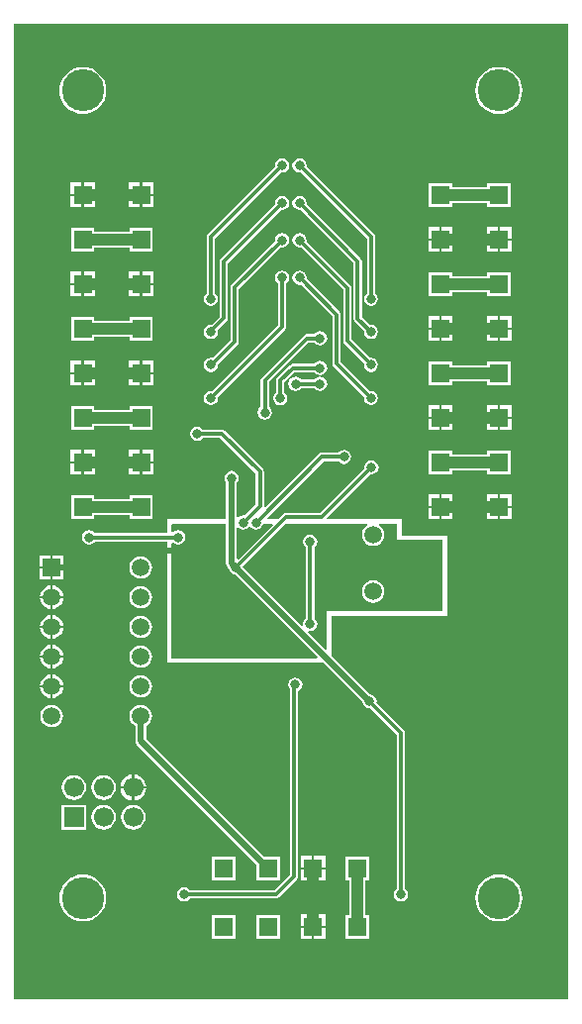
<source format=gbl>
%FSLAX44Y44*%
%MOMM*%
G71*
G01*
G75*
G04 Layer_Physical_Order=2*
G04 Layer_Color=16711680*
%ADD10R,2.3000X0.6000*%
%ADD11R,1.0000X0.9500*%
%ADD12R,1.1000X0.9500*%
%ADD13R,0.9500X1.0000*%
%ADD14R,0.6000X2.2000*%
%ADD15R,0.9500X1.1000*%
%ADD16R,4.6500X2.3000*%
%ADD17R,0.9000X1.0000*%
%ADD18R,1.1000X1.3500*%
%ADD19R,1.6000X3.0000*%
%ADD20R,6.7000X6.7000*%
%ADD21R,1.9500X1.2500*%
%ADD22R,0.5500X1.7500*%
%ADD23R,1.7500X0.5500*%
%ADD24R,1.6000X1.8000*%
%ADD25R,1.0000X0.9000*%
%ADD26C,0.3000*%
%ADD27C,0.5000*%
%ADD28C,1.0000*%
%ADD29C,3.6000*%
%ADD30C,1.5000*%
%ADD31R,1.5000X1.5000*%
%ADD32C,1.7000*%
%ADD33R,1.7000X1.7000*%
%ADD34R,1.6000X1.6000*%
%ADD35R,1.6000X1.6000*%
%ADD36C,0.8000*%
G36*
X476941Y3059D02*
X3059D01*
Y836941D01*
X476941D01*
Y3059D01*
D02*
G37*
%LPC*%
G36*
X36398Y357095D02*
Y348101D01*
X45393D01*
X45180Y349721D01*
X44168Y352164D01*
X42559Y354261D01*
X40461Y355870D01*
X38019Y356882D01*
X36398Y357095D01*
D02*
G37*
G36*
X34398Y371501D02*
X25358D01*
Y362461D01*
X34398D01*
Y371501D01*
D02*
G37*
G36*
X111598Y356682D02*
X109118Y356356D01*
X106807Y355399D01*
X104823Y353876D01*
X103300Y351892D01*
X102343Y349580D01*
X102016Y347100D01*
X102343Y344621D01*
X103300Y342309D01*
X104823Y340325D01*
X106807Y338802D01*
X109118Y337845D01*
X111598Y337519D01*
X114078Y337845D01*
X116389Y338802D01*
X118373Y340325D01*
X119896Y342309D01*
X120854Y344621D01*
X121180Y347100D01*
X120854Y349580D01*
X119896Y351892D01*
X118373Y353876D01*
X116389Y355399D01*
X114078Y356356D01*
X111598Y356682D01*
D02*
G37*
G36*
X34398Y357095D02*
X32777Y356882D01*
X30335Y355870D01*
X28237Y354261D01*
X26628Y352164D01*
X25616Y349721D01*
X25403Y348101D01*
X34398D01*
Y357095D01*
D02*
G37*
G36*
Y382541D02*
X25358D01*
Y373501D01*
X34398D01*
Y382541D01*
D02*
G37*
G36*
X45438D02*
X36398D01*
Y373501D01*
X45438D01*
Y382541D01*
D02*
G37*
G36*
Y371501D02*
X36398D01*
Y362461D01*
X45438D01*
Y371501D01*
D02*
G37*
G36*
X111598Y382082D02*
X109118Y381756D01*
X106807Y380799D01*
X104823Y379276D01*
X103300Y377291D01*
X102343Y374981D01*
X102016Y372500D01*
X102343Y370020D01*
X103300Y367710D01*
X104823Y365725D01*
X106807Y364202D01*
X109118Y363245D01*
X111598Y362919D01*
X114078Y363245D01*
X116389Y364202D01*
X118373Y365725D01*
X119896Y367710D01*
X120854Y370020D01*
X121180Y372500D01*
X120854Y374981D01*
X119896Y377291D01*
X118373Y379276D01*
X116389Y380799D01*
X114078Y381756D01*
X111598Y382082D01*
D02*
G37*
G36*
X45393Y346101D02*
X36398D01*
Y337105D01*
X38019Y337319D01*
X40461Y338331D01*
X42559Y339940D01*
X44168Y342037D01*
X45180Y344479D01*
X45393Y346101D01*
D02*
G37*
G36*
X34398Y320700D02*
X25403D01*
X25616Y319079D01*
X26628Y316637D01*
X28237Y314540D01*
X30335Y312931D01*
X32777Y311919D01*
X34398Y311705D01*
Y320700D01*
D02*
G37*
G36*
X45393D02*
X36398D01*
Y311705D01*
X38019Y311919D01*
X40461Y312931D01*
X42559Y314540D01*
X44168Y316637D01*
X45180Y319079D01*
X45393Y320700D01*
D02*
G37*
G36*
X34398Y306296D02*
X32777Y306082D01*
X30335Y305070D01*
X28237Y303461D01*
X26628Y301364D01*
X25616Y298922D01*
X25403Y297300D01*
X34398D01*
Y306296D01*
D02*
G37*
G36*
X36398D02*
Y297300D01*
X45393D01*
X45180Y298922D01*
X44168Y301364D01*
X42559Y303461D01*
X40461Y305070D01*
X38019Y306082D01*
X36398Y306296D01*
D02*
G37*
G36*
Y331696D02*
Y322701D01*
X45393D01*
X45180Y324322D01*
X44168Y326764D01*
X42559Y328861D01*
X40461Y330470D01*
X38019Y331482D01*
X36398Y331696D01*
D02*
G37*
G36*
X34398Y346101D02*
X25403D01*
X25616Y344479D01*
X26628Y342037D01*
X28237Y339940D01*
X30335Y338331D01*
X32777Y337319D01*
X34398Y337105D01*
Y346101D01*
D02*
G37*
G36*
X111598Y331282D02*
X109118Y330956D01*
X106807Y329999D01*
X104823Y328476D01*
X103300Y326492D01*
X102343Y324180D01*
X102016Y321701D01*
X102343Y319221D01*
X103300Y316910D01*
X104823Y314925D01*
X106807Y313402D01*
X109118Y312445D01*
X111598Y312119D01*
X114078Y312445D01*
X116389Y313402D01*
X118373Y314925D01*
X119896Y316910D01*
X120854Y319221D01*
X121180Y321701D01*
X120854Y324180D01*
X119896Y326492D01*
X118373Y328476D01*
X116389Y329999D01*
X114078Y330956D01*
X111598Y331282D01*
D02*
G37*
G36*
X34398Y331696D02*
X32777Y331482D01*
X30335Y330470D01*
X28237Y328861D01*
X26628Y326764D01*
X25616Y324322D01*
X25403Y322701D01*
X34398D01*
Y331696D01*
D02*
G37*
G36*
X72538Y461350D02*
X62998D01*
Y451810D01*
X72538D01*
Y461350D01*
D02*
G37*
G36*
X110998D02*
X101458D01*
Y451810D01*
X110998D01*
Y461350D01*
D02*
G37*
G36*
X121998Y434250D02*
X101998D01*
Y431311D01*
X71998D01*
Y434250D01*
X51998D01*
Y414250D01*
X71998D01*
Y417190D01*
X101998D01*
Y414250D01*
X121998D01*
Y434250D01*
D02*
G37*
G36*
X60998Y461350D02*
X51458D01*
Y451810D01*
X60998D01*
Y461350D01*
D02*
G37*
G36*
X72538Y472890D02*
X62998D01*
Y463350D01*
X72538D01*
Y472890D01*
D02*
G37*
G36*
X110998D02*
X101458D01*
Y463350D01*
X110998D01*
Y472890D01*
D02*
G37*
G36*
X122538Y461350D02*
X112998D01*
Y451810D01*
X122538D01*
Y461350D01*
D02*
G37*
G36*
X60998Y472890D02*
X51458D01*
Y463350D01*
X60998D01*
Y472890D01*
D02*
G37*
G36*
X428538Y434790D02*
X418998D01*
Y425250D01*
X428538D01*
Y434790D01*
D02*
G37*
G36*
X416998Y423250D02*
X407458D01*
Y413710D01*
X416998D01*
Y423250D01*
D02*
G37*
G36*
X428538D02*
X418998D01*
Y413710D01*
X428538D01*
Y423250D01*
D02*
G37*
G36*
X366998D02*
X357458D01*
Y413710D01*
X366998D01*
Y423250D01*
D02*
G37*
G36*
X378538D02*
X368998D01*
Y413710D01*
X378538D01*
Y423250D01*
D02*
G37*
G36*
Y434790D02*
X368998D01*
Y425250D01*
X378538D01*
Y434790D01*
D02*
G37*
G36*
X416998D02*
X407458D01*
Y425250D01*
X416998D01*
Y434790D01*
D02*
G37*
G36*
X159998Y492868D02*
X157657Y492402D01*
X155672Y491076D01*
X154346Y489091D01*
X153880Y486750D01*
X154346Y484409D01*
X155672Y482424D01*
X157657Y481098D01*
X159998Y480632D01*
X162339Y481098D01*
X164324Y482424D01*
X164830Y483181D01*
X179522D01*
X209931Y452772D01*
Y426730D01*
X200141Y416940D01*
X199248Y417118D01*
X196907Y416652D01*
X194956Y415349D01*
X194616Y415531D01*
X193836Y416051D01*
Y445067D01*
X194900Y446659D01*
X195365Y449000D01*
X194900Y451341D01*
X193574Y453326D01*
X191589Y454652D01*
X189248Y455118D01*
X186907Y454652D01*
X184922Y453326D01*
X183596Y451341D01*
X183130Y449000D01*
X183596Y446659D01*
X184660Y445067D01*
Y414000D01*
X134000D01*
Y401819D01*
X72082D01*
X71576Y402576D01*
X69591Y403902D01*
X67250Y404367D01*
X64909Y403902D01*
X62924Y402576D01*
X61598Y400591D01*
X61132Y398250D01*
X61598Y395909D01*
X62924Y393924D01*
X64909Y392598D01*
X67250Y392132D01*
X69591Y392598D01*
X71576Y393924D01*
X72082Y394681D01*
X134000D01*
Y291000D01*
X267761D01*
X301225Y257537D01*
X301598Y255659D01*
X302924Y253674D01*
X304909Y252348D01*
X307250Y251882D01*
X308143Y252060D01*
X330430Y229773D01*
Y98079D01*
X329673Y97573D01*
X328347Y95589D01*
X327881Y93248D01*
X328347Y90906D01*
X329673Y88922D01*
X331658Y87596D01*
X333999Y87130D01*
X336340Y87596D01*
X338325Y88922D01*
X339651Y90906D01*
X340116Y93248D01*
X339651Y95589D01*
X338325Y97573D01*
X337567Y98079D01*
Y231251D01*
X337296Y232617D01*
X336522Y233775D01*
X313190Y257107D01*
X313368Y258000D01*
X312902Y260341D01*
X311576Y262326D01*
X309591Y263652D01*
X307713Y264025D01*
X275000Y296739D01*
Y331000D01*
X374000D01*
Y400000D01*
X335000D01*
Y414000D01*
X271456D01*
X270970Y415173D01*
X308107Y452310D01*
X309000Y452132D01*
X311341Y452598D01*
X313326Y453924D01*
X314652Y455909D01*
X315117Y458250D01*
X314652Y460591D01*
X313326Y462576D01*
X311341Y463902D01*
X309000Y464368D01*
X306659Y463902D01*
X304674Y462576D01*
X303348Y460591D01*
X302882Y458250D01*
X303060Y457357D01*
X264772Y419069D01*
X236250D01*
X234884Y418797D01*
X233726Y418023D01*
X229703Y414000D01*
X219954D01*
X219468Y415173D01*
X267826Y463532D01*
X280666D01*
X281172Y462775D01*
X283157Y461448D01*
X285498Y460983D01*
X287839Y461448D01*
X289824Y462775D01*
X291150Y464759D01*
X291616Y467100D01*
X291150Y469441D01*
X289824Y471426D01*
X287839Y472752D01*
X285498Y473218D01*
X283157Y472752D01*
X281172Y471426D01*
X280666Y470669D01*
X266348D01*
X264982Y470397D01*
X263825Y469624D01*
X218023Y423822D01*
X216903Y424421D01*
X217069Y425252D01*
Y454250D01*
X216797Y455616D01*
X216023Y456773D01*
X183523Y489273D01*
X182366Y490047D01*
X181000Y490318D01*
X164830D01*
X164324Y491076D01*
X162339Y492402D01*
X159998Y492868D01*
D02*
G37*
G36*
X366998Y434790D02*
X357458D01*
Y425250D01*
X366998D01*
Y434790D01*
D02*
G37*
G36*
X269389Y114250D02*
X259849D01*
Y104710D01*
X269389D01*
Y114250D01*
D02*
G37*
G36*
X192649Y125250D02*
X172649D01*
Y105250D01*
X192649D01*
Y125250D01*
D02*
G37*
G36*
X243750Y278368D02*
X241409Y277902D01*
X239424Y276576D01*
X238098Y274591D01*
X237633Y272250D01*
X238098Y269909D01*
X238931Y268662D01*
Y109978D01*
X225772Y96819D01*
X153583D01*
X153077Y97576D01*
X151092Y98902D01*
X148751Y99368D01*
X146410Y98902D01*
X144425Y97576D01*
X143099Y95591D01*
X142634Y93250D01*
X143099Y90909D01*
X144425Y88924D01*
X146410Y87598D01*
X148751Y87132D01*
X151092Y87598D01*
X153077Y88924D01*
X153583Y89681D01*
X227250D01*
X228616Y89953D01*
X229773Y90727D01*
X229773Y90727D01*
X229773Y90727D01*
X245023Y105977D01*
X245797Y107134D01*
X246069Y108500D01*
X246069Y108500D01*
X246069Y108500D01*
Y108500D01*
Y266594D01*
X246091Y266598D01*
X248076Y267924D01*
X249402Y269909D01*
X249867Y272250D01*
X249402Y274591D01*
X248076Y276576D01*
X246091Y277902D01*
X243750Y278368D01*
D02*
G37*
G36*
X257849Y114250D02*
X248309D01*
Y104710D01*
X257849D01*
Y114250D01*
D02*
G37*
G36*
X269389Y125790D02*
X259849D01*
Y116250D01*
X269389D01*
Y125790D01*
D02*
G37*
G36*
X79800Y169591D02*
X77059Y169230D01*
X74505Y168172D01*
X72311Y166489D01*
X70628Y164295D01*
X69570Y161741D01*
X69209Y159000D01*
X69570Y156259D01*
X70628Y153705D01*
X72311Y151511D01*
X74505Y149828D01*
X77059Y148770D01*
X79800Y148409D01*
X82541Y148770D01*
X85095Y149828D01*
X87289Y151511D01*
X88972Y153705D01*
X90030Y156259D01*
X90390Y159000D01*
X90030Y161741D01*
X88972Y164295D01*
X87289Y166489D01*
X85095Y168172D01*
X82541Y169230D01*
X79800Y169591D01*
D02*
G37*
G36*
X111598Y255082D02*
X109118Y254756D01*
X106807Y253799D01*
X104823Y252276D01*
X103300Y250292D01*
X102343Y247980D01*
X102016Y245501D01*
X102343Y243020D01*
X103300Y240709D01*
X104823Y238725D01*
X106807Y237202D01*
X107010Y237118D01*
Y224401D01*
X107010Y224401D01*
X107010D01*
X107359Y222645D01*
X108354Y221157D01*
X210749Y118762D01*
Y105250D01*
X230749D01*
Y125250D01*
X217237D01*
X116186Y226301D01*
Y237118D01*
X116389Y237202D01*
X118373Y238725D01*
X119896Y240709D01*
X120854Y243020D01*
X121180Y245501D01*
X120854Y247980D01*
X119896Y250292D01*
X118373Y252276D01*
X116389Y253799D01*
X114078Y254756D01*
X111598Y255082D01*
D02*
G37*
G36*
X257849Y125790D02*
X248309D01*
Y116250D01*
X257849D01*
Y125790D01*
D02*
G37*
G36*
X417998Y110097D02*
X414077Y109711D01*
X410307Y108567D01*
X406833Y106710D01*
X403787Y104211D01*
X401288Y101165D01*
X399431Y97691D01*
X398288Y93921D01*
X397901Y90000D01*
X398288Y86080D01*
X399431Y82310D01*
X401288Y78835D01*
X403787Y75790D01*
X406833Y73290D01*
X410307Y71433D01*
X414077Y70290D01*
X417998Y69903D01*
X421919Y70290D01*
X425689Y71433D01*
X429163Y73290D01*
X432209Y75790D01*
X434708Y78835D01*
X436565Y82310D01*
X437709Y86080D01*
X438095Y90000D01*
X437709Y93921D01*
X436565Y97691D01*
X434708Y101165D01*
X432209Y104211D01*
X429163Y106710D01*
X425689Y108567D01*
X421919Y109711D01*
X417998Y110097D01*
D02*
G37*
G36*
X192649Y75250D02*
X172649D01*
Y55250D01*
X192649D01*
Y75250D01*
D02*
G37*
G36*
X230749D02*
X210749D01*
Y55250D01*
X230749D01*
Y75250D01*
D02*
G37*
G36*
X257849Y64250D02*
X248309D01*
Y54710D01*
X257849D01*
Y64250D01*
D02*
G37*
G36*
X269389D02*
X259849D01*
Y54710D01*
X269389D01*
Y64250D01*
D02*
G37*
G36*
Y75790D02*
X259849D01*
Y66250D01*
X269389D01*
Y75790D01*
D02*
G37*
G36*
X61998Y110097D02*
X58077Y109711D01*
X54307Y108567D01*
X50833Y106710D01*
X47787Y104211D01*
X45288Y101165D01*
X43431Y97691D01*
X42288Y93921D01*
X41901Y90000D01*
X42288Y86080D01*
X43431Y82310D01*
X45288Y78835D01*
X47787Y75790D01*
X50833Y73290D01*
X54307Y71433D01*
X58077Y70290D01*
X61998Y69903D01*
X65919Y70290D01*
X69689Y71433D01*
X73163Y73290D01*
X76209Y75790D01*
X78708Y78835D01*
X80565Y82310D01*
X81709Y86080D01*
X82095Y90000D01*
X81709Y93921D01*
X80565Y97691D01*
X78708Y101165D01*
X76209Y104211D01*
X73163Y106710D01*
X69689Y108567D01*
X65919Y109711D01*
X61998Y110097D01*
D02*
G37*
G36*
X306949Y125250D02*
X286949D01*
Y105250D01*
X289888D01*
Y75250D01*
X286949D01*
Y55250D01*
X306949D01*
Y75250D01*
X304009D01*
Y105250D01*
X306949D01*
Y125250D01*
D02*
G37*
G36*
X257849Y75790D02*
X248309D01*
Y66250D01*
X257849D01*
Y75790D01*
D02*
G37*
G36*
X111598Y280482D02*
X109118Y280156D01*
X106807Y279199D01*
X104823Y277676D01*
X103300Y275692D01*
X102343Y273381D01*
X102016Y270900D01*
X102343Y268421D01*
X103300Y266110D01*
X104823Y264125D01*
X106807Y262602D01*
X109118Y261645D01*
X111598Y261319D01*
X114078Y261645D01*
X116389Y262602D01*
X118373Y264125D01*
X119896Y266110D01*
X120854Y268421D01*
X121180Y270900D01*
X120854Y273381D01*
X119896Y275692D01*
X118373Y277676D01*
X116389Y279199D01*
X114078Y280156D01*
X111598Y280482D01*
D02*
G37*
G36*
X34398Y280896D02*
X32777Y280682D01*
X30335Y279670D01*
X28237Y278061D01*
X26628Y275964D01*
X25616Y273521D01*
X25403Y271901D01*
X34398D01*
Y280896D01*
D02*
G37*
G36*
Y269900D02*
X25403D01*
X25616Y268279D01*
X26628Y265837D01*
X28237Y263740D01*
X30335Y262131D01*
X32777Y261119D01*
X34398Y260905D01*
Y269900D01*
D02*
G37*
G36*
X45393D02*
X36398D01*
Y260905D01*
X38019Y261119D01*
X40461Y262131D01*
X42559Y263740D01*
X44168Y265837D01*
X45180Y268279D01*
X45393Y269900D01*
D02*
G37*
G36*
Y295301D02*
X36398D01*
Y286306D01*
X38019Y286519D01*
X40461Y287531D01*
X42559Y289140D01*
X44168Y291237D01*
X45180Y293680D01*
X45393Y295301D01*
D02*
G37*
G36*
X111598Y305882D02*
X109118Y305556D01*
X106807Y304599D01*
X104823Y303076D01*
X103300Y301091D01*
X102343Y298780D01*
X102016Y296301D01*
X102343Y293820D01*
X103300Y291509D01*
X104823Y289525D01*
X106807Y288002D01*
X109118Y287045D01*
X111598Y286719D01*
X114078Y287045D01*
X116389Y288002D01*
X118373Y289525D01*
X119896Y291509D01*
X120854Y293820D01*
X121180Y296301D01*
X120854Y298780D01*
X119896Y301091D01*
X118373Y303076D01*
X116389Y304599D01*
X114078Y305556D01*
X111598Y305882D01*
D02*
G37*
G36*
X36398Y280896D02*
Y271901D01*
X45393D01*
X45180Y273521D01*
X44168Y275964D01*
X42559Y278061D01*
X40461Y279670D01*
X38019Y280682D01*
X36398Y280896D01*
D02*
G37*
G36*
X34398Y295301D02*
X25403D01*
X25616Y293680D01*
X26628Y291237D01*
X28237Y289140D01*
X30335Y287531D01*
X32777Y286519D01*
X34398Y286306D01*
Y295301D01*
D02*
G37*
G36*
X35398Y255082D02*
X32918Y254756D01*
X30607Y253799D01*
X28623Y252276D01*
X27100Y250292D01*
X26142Y247980D01*
X25816Y245501D01*
X26142Y243020D01*
X27100Y240709D01*
X28623Y238725D01*
X30607Y237202D01*
X32918Y236245D01*
X35398Y235919D01*
X37878Y236245D01*
X40189Y237202D01*
X42173Y238725D01*
X43696Y240709D01*
X44654Y243020D01*
X44980Y245501D01*
X44654Y247980D01*
X43696Y250292D01*
X42173Y252276D01*
X40189Y253799D01*
X37878Y254756D01*
X35398Y255082D01*
D02*
G37*
G36*
X104200Y183400D02*
X94196D01*
X94444Y181518D01*
X95556Y178832D01*
X97326Y176526D01*
X99632Y174757D01*
X102318Y173644D01*
X104200Y173396D01*
Y183400D01*
D02*
G37*
G36*
X116203D02*
X106200D01*
Y173396D01*
X108082Y173644D01*
X110767Y174757D01*
X113074Y176526D01*
X114843Y178832D01*
X115956Y181518D01*
X116203Y183400D01*
D02*
G37*
G36*
X105200Y169591D02*
X102459Y169230D01*
X99905Y168172D01*
X97711Y166489D01*
X96028Y164295D01*
X94970Y161741D01*
X94609Y159000D01*
X94970Y156259D01*
X96028Y153705D01*
X97711Y151511D01*
X99905Y149828D01*
X102459Y148770D01*
X105200Y148409D01*
X107941Y148770D01*
X110495Y149828D01*
X112689Y151511D01*
X114372Y153705D01*
X115430Y156259D01*
X115790Y159000D01*
X115430Y161741D01*
X114372Y164295D01*
X112689Y166489D01*
X110495Y168172D01*
X107941Y169230D01*
X105200Y169591D01*
D02*
G37*
G36*
X64900Y169500D02*
X43900D01*
Y148500D01*
X64900D01*
Y169500D01*
D02*
G37*
G36*
X104200Y195404D02*
X102318Y195156D01*
X99632Y194043D01*
X97326Y192274D01*
X95556Y189968D01*
X94444Y187282D01*
X94196Y185400D01*
X104200D01*
Y195404D01*
D02*
G37*
G36*
X106200D02*
Y185400D01*
X116203D01*
X115956Y187282D01*
X114843Y189968D01*
X113074Y192274D01*
X110767Y194043D01*
X108082Y195156D01*
X106200Y195404D01*
D02*
G37*
G36*
X54400Y194991D02*
X51659Y194630D01*
X49105Y193572D01*
X46911Y191889D01*
X45228Y189695D01*
X44170Y187141D01*
X43809Y184400D01*
X44170Y181659D01*
X45228Y179105D01*
X46911Y176911D01*
X49105Y175228D01*
X51659Y174170D01*
X54400Y173809D01*
X57141Y174170D01*
X59695Y175228D01*
X61888Y176911D01*
X63572Y179105D01*
X64630Y181659D01*
X64990Y184400D01*
X64630Y187141D01*
X63572Y189695D01*
X61888Y191889D01*
X59695Y193572D01*
X57141Y194630D01*
X54400Y194991D01*
D02*
G37*
G36*
X79800D02*
X77059Y194630D01*
X74505Y193572D01*
X72311Y191889D01*
X70628Y189695D01*
X69570Y187141D01*
X69209Y184400D01*
X69570Y181659D01*
X70628Y179105D01*
X72311Y176911D01*
X74505Y175228D01*
X77059Y174170D01*
X79800Y173809D01*
X82541Y174170D01*
X85095Y175228D01*
X87289Y176911D01*
X88972Y179105D01*
X90030Y181659D01*
X90390Y184400D01*
X90030Y187141D01*
X88972Y189695D01*
X87289Y191889D01*
X85095Y193572D01*
X82541Y194630D01*
X79800Y194991D01*
D02*
G37*
G36*
X122538Y625290D02*
X112998D01*
Y615750D01*
X122538D01*
Y625290D01*
D02*
G37*
G36*
X427998Y624750D02*
X407998D01*
Y621811D01*
X377998D01*
Y624750D01*
X357998D01*
Y604750D01*
X377998D01*
Y607690D01*
X407998D01*
Y604750D01*
X427998D01*
Y624750D01*
D02*
G37*
G36*
X72538Y625290D02*
X62998D01*
Y615750D01*
X72538D01*
Y625290D01*
D02*
G37*
G36*
X110998D02*
X101458D01*
Y615750D01*
X110998D01*
Y625290D01*
D02*
G37*
G36*
X366998Y651850D02*
X357458D01*
Y642310D01*
X366998D01*
Y651850D01*
D02*
G37*
G36*
X428538D02*
X418998D01*
Y642310D01*
X428538D01*
Y651850D01*
D02*
G37*
G36*
X232500Y658367D02*
X230159Y657902D01*
X228174Y656576D01*
X226848Y654591D01*
X226382Y652250D01*
X226560Y651357D01*
X189477Y614273D01*
X188703Y613116D01*
X188431Y611750D01*
Y566978D01*
X173018Y551565D01*
X171500Y551867D01*
X169159Y551401D01*
X167174Y550075D01*
X165848Y548091D01*
X165382Y545750D01*
X165848Y543409D01*
X167174Y541424D01*
X169159Y540098D01*
X171500Y539632D01*
X173841Y540098D01*
X175826Y541424D01*
X177152Y543409D01*
X177617Y545750D01*
X177564Y546017D01*
X194523Y562977D01*
X195297Y564134D01*
X195569Y565500D01*
X195569Y565500D01*
X195569Y565500D01*
Y565500D01*
Y610272D01*
X231607Y646310D01*
X232500Y646133D01*
X234841Y646598D01*
X236826Y647924D01*
X238152Y649909D01*
X238617Y652250D01*
X238152Y654591D01*
X236826Y656576D01*
X234841Y657902D01*
X232500Y658367D01*
D02*
G37*
G36*
X378538Y651850D02*
X368998D01*
Y642310D01*
X378538D01*
Y651850D01*
D02*
G37*
G36*
X416998D02*
X407458D01*
Y642310D01*
X416998D01*
Y651850D01*
D02*
G37*
G36*
X121998Y586650D02*
X101998D01*
Y583711D01*
X71998D01*
Y586650D01*
X51998D01*
Y566650D01*
X71998D01*
Y569590D01*
X101998D01*
Y566650D01*
X121998D01*
Y586650D01*
D02*
G37*
G36*
X247500Y722367D02*
X245159Y721902D01*
X243174Y720576D01*
X241848Y718591D01*
X241382Y716250D01*
X241848Y713909D01*
X243174Y711924D01*
X245159Y710598D01*
X247500Y710132D01*
X248393Y710310D01*
X304931Y653772D01*
Y607082D01*
X304174Y606576D01*
X302848Y604591D01*
X302382Y602250D01*
X302848Y599909D01*
X304174Y597925D01*
X306159Y596599D01*
X308500Y596133D01*
X310841Y596599D01*
X312826Y597925D01*
X314152Y599909D01*
X314617Y602250D01*
X314152Y604591D01*
X312826Y606576D01*
X312068Y607082D01*
Y655250D01*
X311797Y656615D01*
X311023Y657773D01*
X253440Y715357D01*
X253617Y716250D01*
X253151Y718591D01*
X251825Y720576D01*
X249841Y721902D01*
X247500Y722367D01*
D02*
G37*
G36*
X416998Y587190D02*
X407458D01*
Y577650D01*
X416998D01*
Y587190D01*
D02*
G37*
G36*
X428538D02*
X418998D01*
Y577650D01*
X428538D01*
Y587190D01*
D02*
G37*
G36*
X60998Y613750D02*
X51458D01*
Y604210D01*
X60998D01*
Y613750D01*
D02*
G37*
G36*
X122538D02*
X112998D01*
Y604210D01*
X122538D01*
Y613750D01*
D02*
G37*
G36*
X60998Y625290D02*
X51458D01*
Y615750D01*
X60998D01*
Y625290D01*
D02*
G37*
G36*
X72538Y613750D02*
X62998D01*
Y604210D01*
X72538D01*
Y613750D01*
D02*
G37*
G36*
X110998D02*
X101458D01*
Y604210D01*
X110998D01*
Y613750D01*
D02*
G37*
G36*
X72538Y701490D02*
X62998D01*
Y691950D01*
X72538D01*
Y701490D01*
D02*
G37*
G36*
X110998D02*
X101458D01*
Y691950D01*
X110998D01*
Y701490D01*
D02*
G37*
G36*
X122538Y689950D02*
X112998D01*
Y680410D01*
X122538D01*
Y689950D01*
D02*
G37*
G36*
X60998Y701490D02*
X51458D01*
Y691950D01*
X60998D01*
Y701490D01*
D02*
G37*
G36*
X122538D02*
X112998D01*
Y691950D01*
X122538D01*
Y701490D01*
D02*
G37*
G36*
X62000Y800347D02*
X58079Y799961D01*
X54309Y798817D01*
X50835Y796960D01*
X47789Y794461D01*
X45290Y791415D01*
X43433Y787941D01*
X42289Y784171D01*
X41903Y780250D01*
X42289Y776329D01*
X43433Y772559D01*
X45290Y769085D01*
X47789Y766039D01*
X50835Y763540D01*
X54309Y761683D01*
X58079Y760539D01*
X62000Y760153D01*
X65921Y760539D01*
X69691Y761683D01*
X73165Y763540D01*
X76211Y766039D01*
X78710Y769085D01*
X80567Y772559D01*
X81711Y776329D01*
X82097Y780250D01*
X81711Y784171D01*
X80567Y787941D01*
X78710Y791415D01*
X76211Y794461D01*
X73165Y796960D01*
X69691Y798817D01*
X65921Y799961D01*
X62000Y800347D01*
D02*
G37*
G36*
X418000D02*
X414079Y799961D01*
X410309Y798817D01*
X406835Y796960D01*
X403789Y794461D01*
X401290Y791415D01*
X399433Y787941D01*
X398289Y784171D01*
X397903Y780250D01*
X398289Y776329D01*
X399433Y772559D01*
X401290Y769085D01*
X403789Y766039D01*
X406835Y763540D01*
X410309Y761683D01*
X414079Y760539D01*
X418000Y760153D01*
X421921Y760539D01*
X425691Y761683D01*
X429165Y763540D01*
X432211Y766039D01*
X434710Y769085D01*
X436567Y772559D01*
X437711Y776329D01*
X438097Y780250D01*
X437711Y784171D01*
X436567Y787941D01*
X434710Y791415D01*
X432211Y794461D01*
X429165Y796960D01*
X425691Y798817D01*
X421921Y799961D01*
X418000Y800347D01*
D02*
G37*
G36*
X427998Y700950D02*
X407998D01*
Y698011D01*
X377998D01*
Y700950D01*
X357998D01*
Y680950D01*
X377998D01*
Y683890D01*
X407998D01*
Y680950D01*
X427998D01*
Y700950D01*
D02*
G37*
G36*
X232500Y722367D02*
X230159Y721902D01*
X228174Y720576D01*
X226848Y718591D01*
X226382Y716250D01*
X226560Y715357D01*
X168976Y657773D01*
X168203Y656616D01*
X167931Y655250D01*
Y607081D01*
X167174Y606575D01*
X165848Y604591D01*
X165382Y602250D01*
X165848Y599908D01*
X167174Y597924D01*
X169159Y596598D01*
X171500Y596132D01*
X173841Y596598D01*
X175826Y597924D01*
X177152Y599908D01*
X177617Y602250D01*
X177152Y604591D01*
X175826Y606575D01*
X175068Y607081D01*
Y653772D01*
X231607Y710310D01*
X232500Y710132D01*
X234841Y710598D01*
X236826Y711924D01*
X238152Y713909D01*
X238617Y716250D01*
X238152Y718591D01*
X236826Y720576D01*
X234841Y721902D01*
X232500Y722367D01*
D02*
G37*
G36*
X416998Y663390D02*
X407458D01*
Y653850D01*
X416998D01*
Y663390D01*
D02*
G37*
G36*
X428538D02*
X418998D01*
Y653850D01*
X428538D01*
Y663390D01*
D02*
G37*
G36*
X366998D02*
X357458D01*
Y653850D01*
X366998D01*
Y663390D01*
D02*
G37*
G36*
X378538D02*
X368998D01*
Y653850D01*
X378538D01*
Y663390D01*
D02*
G37*
G36*
X121998Y662850D02*
X101998D01*
Y659911D01*
X71998D01*
Y662850D01*
X51998D01*
Y642850D01*
X71998D01*
Y645790D01*
X101998D01*
Y642850D01*
X121998D01*
Y662850D01*
D02*
G37*
G36*
X72538Y689950D02*
X62998D01*
Y680410D01*
X72538D01*
Y689950D01*
D02*
G37*
G36*
X110998D02*
X101458D01*
Y680410D01*
X110998D01*
Y689950D01*
D02*
G37*
G36*
X232500Y690368D02*
X230159Y689902D01*
X228174Y688576D01*
X226848Y686591D01*
X226382Y684250D01*
X226560Y683357D01*
X179977Y636773D01*
X179203Y635616D01*
X178931Y634250D01*
Y586978D01*
X171976Y580022D01*
X171500Y580117D01*
X169159Y579651D01*
X167174Y578325D01*
X165848Y576341D01*
X165382Y574000D01*
X165848Y571659D01*
X167174Y569674D01*
X169159Y568348D01*
X171500Y567882D01*
X173841Y568348D01*
X175826Y569674D01*
X177152Y571659D01*
X177617Y574000D01*
X177357Y575310D01*
X185023Y582977D01*
X185797Y584134D01*
X186069Y585500D01*
Y632772D01*
X231607Y678310D01*
X232500Y678132D01*
X234841Y678598D01*
X236826Y679924D01*
X238152Y681909D01*
X238617Y684250D01*
X238152Y686591D01*
X236826Y688576D01*
X234841Y689902D01*
X232500Y690368D01*
D02*
G37*
G36*
X60998Y689950D02*
X51458D01*
Y680410D01*
X60998D01*
Y689950D01*
D02*
G37*
G36*
X378538Y587190D02*
X368998D01*
Y577650D01*
X378538D01*
Y587190D01*
D02*
G37*
G36*
X72538Y537550D02*
X62998D01*
Y528010D01*
X72538D01*
Y537550D01*
D02*
G37*
G36*
X110998D02*
X101458D01*
Y528010D01*
X110998D01*
Y537550D01*
D02*
G37*
G36*
X232500Y626367D02*
X230159Y625902D01*
X228174Y624576D01*
X226848Y622591D01*
X226382Y620250D01*
X226848Y617909D01*
X228174Y615924D01*
X228931Y615418D01*
Y579978D01*
X172393Y523439D01*
X171500Y523617D01*
X169159Y523152D01*
X167174Y521825D01*
X165848Y519841D01*
X165382Y517500D01*
X165848Y515159D01*
X167174Y513174D01*
X169159Y511848D01*
X171500Y511382D01*
X173841Y511848D01*
X175826Y513174D01*
X177152Y515159D01*
X177617Y517500D01*
X177440Y518393D01*
X235023Y575976D01*
X235797Y577134D01*
X236068Y578500D01*
X236069Y578500D01*
X236068Y578500D01*
Y578500D01*
Y615418D01*
X236826Y615924D01*
X238152Y617909D01*
X238617Y620250D01*
X238152Y622591D01*
X236826Y624576D01*
X234841Y625902D01*
X232500Y626367D01*
D02*
G37*
G36*
X60998Y537550D02*
X51458D01*
Y528010D01*
X60998D01*
Y537550D01*
D02*
G37*
G36*
X366998Y499450D02*
X357458D01*
Y489910D01*
X366998D01*
Y499450D01*
D02*
G37*
G36*
X427998Y472350D02*
X407998D01*
Y469411D01*
X377998D01*
Y472350D01*
X357998D01*
Y452350D01*
X377998D01*
Y455290D01*
X407998D01*
Y452350D01*
X427998D01*
Y472350D01*
D02*
G37*
G36*
X122538Y537550D02*
X112998D01*
Y528010D01*
X122538D01*
Y537550D01*
D02*
G37*
G36*
X378538Y499450D02*
X368998D01*
Y489910D01*
X378538D01*
Y499450D01*
D02*
G37*
G36*
X366998Y510990D02*
X357458D01*
Y501450D01*
X366998D01*
Y510990D01*
D02*
G37*
G36*
X378538D02*
X368998D01*
Y501450D01*
X378538D01*
Y510990D01*
D02*
G37*
G36*
X416998Y499450D02*
X407458D01*
Y489910D01*
X416998D01*
Y499450D01*
D02*
G37*
G36*
X428538D02*
X418998D01*
Y489910D01*
X428538D01*
Y499450D01*
D02*
G37*
G36*
X121998Y510450D02*
X101998D01*
Y507510D01*
X71998D01*
Y510450D01*
X51998D01*
Y490450D01*
X71998D01*
Y493390D01*
X101998D01*
Y490450D01*
X121998D01*
Y510450D01*
D02*
G37*
G36*
X247500Y626367D02*
X245159Y625902D01*
X243174Y624576D01*
X241848Y622591D01*
X241382Y620250D01*
X241848Y617909D01*
X243174Y615924D01*
X245159Y614598D01*
X247500Y614132D01*
X248393Y614310D01*
X275681Y587021D01*
Y546750D01*
X275681Y546750D01*
X275681D01*
X275953Y545384D01*
X276727Y544226D01*
X302560Y518393D01*
X302382Y517500D01*
X302848Y515159D01*
X304174Y513174D01*
X306159Y511848D01*
X308500Y511383D01*
X310841Y511848D01*
X312825Y513174D01*
X314151Y515159D01*
X314617Y517500D01*
X314151Y519841D01*
X312825Y521826D01*
X310841Y523152D01*
X308500Y523618D01*
X307606Y523440D01*
X282819Y548228D01*
Y588500D01*
X282547Y589865D01*
X281773Y591023D01*
X253440Y619357D01*
X253617Y620250D01*
X253151Y622591D01*
X251825Y624576D01*
X249841Y625902D01*
X247500Y626367D01*
D02*
G37*
G36*
X416998Y510990D02*
X407458D01*
Y501450D01*
X416998D01*
Y510990D01*
D02*
G37*
G36*
X428538D02*
X418998D01*
Y501450D01*
X428538D01*
Y510990D01*
D02*
G37*
G36*
X366998Y575650D02*
X357458D01*
Y566110D01*
X366998D01*
Y575650D01*
D02*
G37*
G36*
X378538D02*
X368998D01*
Y566110D01*
X378538D01*
Y575650D01*
D02*
G37*
G36*
X427998Y548550D02*
X407998D01*
Y545611D01*
X377998D01*
Y548550D01*
X357998D01*
Y528550D01*
X377998D01*
Y531490D01*
X407998D01*
Y528550D01*
X427998D01*
Y548550D01*
D02*
G37*
G36*
X265000Y574618D02*
X262659Y574152D01*
X260674Y572826D01*
X260168Y572069D01*
X253500D01*
X252134Y571797D01*
X250977Y571023D01*
X215226Y535273D01*
X214453Y534116D01*
X214181Y532750D01*
Y509832D01*
X213424Y509326D01*
X212098Y507341D01*
X211632Y505000D01*
X212098Y502659D01*
X213424Y500674D01*
X215409Y499348D01*
X217750Y498882D01*
X220091Y499348D01*
X222076Y500674D01*
X223402Y502659D01*
X223867Y505000D01*
X223402Y507341D01*
X222076Y509326D01*
X221318Y509832D01*
Y531272D01*
X254978Y564931D01*
X260168D01*
X260674Y564174D01*
X262659Y562848D01*
X265000Y562382D01*
X267341Y562848D01*
X269326Y564174D01*
X270652Y566159D01*
X271117Y568500D01*
X270652Y570841D01*
X269326Y572826D01*
X267341Y574152D01*
X265000Y574618D01*
D02*
G37*
G36*
X247500Y690368D02*
X245159Y689902D01*
X243174Y688576D01*
X241848Y686591D01*
X241382Y684250D01*
X241848Y681909D01*
X243174Y679924D01*
X245159Y678598D01*
X247500Y678132D01*
X248393Y678310D01*
X293681Y633021D01*
Y585250D01*
X293681Y585250D01*
X293681D01*
X293953Y583885D01*
X294727Y582727D01*
X302560Y574894D01*
X302382Y574000D01*
X302848Y571659D01*
X304174Y569675D01*
X306159Y568349D01*
X308500Y567883D01*
X310841Y568349D01*
X312826Y569675D01*
X314152Y571659D01*
X314617Y574000D01*
X314152Y576342D01*
X312826Y578326D01*
X310841Y579652D01*
X308500Y580118D01*
X307607Y579940D01*
X300819Y586728D01*
Y634500D01*
X300547Y635865D01*
X299773Y637023D01*
X253440Y683357D01*
X253617Y684250D01*
X253151Y686591D01*
X251825Y688576D01*
X249841Y689902D01*
X247500Y690368D01*
D02*
G37*
G36*
X366998Y587190D02*
X357458D01*
Y577650D01*
X366998D01*
Y587190D01*
D02*
G37*
G36*
X416998Y575650D02*
X407458D01*
Y566110D01*
X416998D01*
Y575650D01*
D02*
G37*
G36*
X428538D02*
X418998D01*
Y566110D01*
X428538D01*
Y575650D01*
D02*
G37*
G36*
X60998Y549090D02*
X51458D01*
Y539550D01*
X60998D01*
Y549090D01*
D02*
G37*
G36*
X72538D02*
X62998D01*
Y539550D01*
X72538D01*
Y549090D01*
D02*
G37*
G36*
X265000Y535617D02*
X262659Y535152D01*
X260674Y533826D01*
X260168Y533069D01*
X248832D01*
X248326Y533826D01*
X246341Y535152D01*
X244000Y535617D01*
X241659Y535152D01*
X239674Y533826D01*
X238348Y531841D01*
X237882Y529500D01*
X238348Y527159D01*
X239674Y525174D01*
X241659Y523848D01*
X244000Y523382D01*
X246341Y523848D01*
X248326Y525174D01*
X248832Y525931D01*
X260168D01*
X260674Y525174D01*
X262659Y523848D01*
X265000Y523382D01*
X267341Y523848D01*
X269326Y525174D01*
X270652Y527159D01*
X271117Y529500D01*
X270652Y531841D01*
X269326Y533826D01*
X267341Y535152D01*
X265000Y535617D01*
D02*
G37*
G36*
Y549218D02*
X262659Y548752D01*
X260674Y547426D01*
X260168Y546669D01*
X241850D01*
X240485Y546397D01*
X239327Y545624D01*
X228477Y534773D01*
X227703Y533615D01*
X227431Y532250D01*
Y522082D01*
X226674Y521576D01*
X225348Y519591D01*
X224882Y517250D01*
X225348Y514909D01*
X226674Y512924D01*
X228659Y511598D01*
X231000Y511132D01*
X233341Y511598D01*
X235326Y512924D01*
X236652Y514909D01*
X237117Y517250D01*
X236652Y519591D01*
X235326Y521576D01*
X234568Y522082D01*
Y530772D01*
X243328Y539532D01*
X260168D01*
X260674Y538774D01*
X262659Y537448D01*
X265000Y536983D01*
X267341Y537448D01*
X269326Y538774D01*
X270652Y540759D01*
X271117Y543100D01*
X270652Y545441D01*
X269326Y547426D01*
X267341Y548752D01*
X265000Y549218D01*
D02*
G37*
G36*
X247500Y658367D02*
X245159Y657902D01*
X243174Y656576D01*
X241848Y654591D01*
X241382Y652250D01*
X241848Y649909D01*
X243174Y647924D01*
X245159Y646598D01*
X247500Y646132D01*
X248393Y646310D01*
X284681Y610022D01*
Y566001D01*
X284681Y566001D01*
X284681D01*
X284953Y564635D01*
X285727Y563477D01*
X302560Y546644D01*
X302382Y545751D01*
X302848Y543410D01*
X304174Y541425D01*
X306159Y540099D01*
X308500Y539633D01*
X310841Y540099D01*
X312826Y541425D01*
X314152Y543410D01*
X314617Y545751D01*
X314152Y548092D01*
X312826Y550076D01*
X310841Y551403D01*
X308500Y551868D01*
X307607Y551690D01*
X291819Y567479D01*
Y611500D01*
X291547Y612865D01*
X290773Y614023D01*
X253440Y651357D01*
X253617Y652250D01*
X253151Y654591D01*
X251825Y656576D01*
X249841Y657902D01*
X247500Y658367D01*
D02*
G37*
G36*
X122538Y472890D02*
X112998D01*
Y463350D01*
X122538D01*
Y472890D01*
D02*
G37*
G36*
X110998Y549090D02*
X101458D01*
Y539550D01*
X110998D01*
Y549090D01*
D02*
G37*
G36*
X122538D02*
X112998D01*
Y539550D01*
X122538D01*
Y549090D01*
D02*
G37*
%LPD*%
G36*
X331000Y396000D02*
X370000D01*
Y335000D01*
X271000D01*
Y302398D01*
X269827Y301912D01*
X254435Y317304D01*
X255033Y318424D01*
X256500Y318132D01*
X258841Y318598D01*
X260826Y319924D01*
X262152Y321909D01*
X262617Y324250D01*
X262152Y326591D01*
X260826Y328576D01*
X260068Y329082D01*
Y389918D01*
X260826Y390424D01*
X262152Y392408D01*
X262617Y394749D01*
X262152Y397090D01*
X260826Y399075D01*
X258841Y400401D01*
X256500Y400867D01*
X254159Y400401D01*
X252174Y399075D01*
X250848Y397090D01*
X250382Y394749D01*
X250848Y392408D01*
X252174Y390424D01*
X252931Y389918D01*
Y329082D01*
X252174Y328576D01*
X250848Y326591D01*
X250382Y324250D01*
X250674Y322783D01*
X249554Y322184D01*
X199025Y372714D01*
X198940Y373143D01*
X235796Y410000D01*
X305101D01*
X305509Y408797D01*
X303723Y407427D01*
X302200Y405442D01*
X301243Y403131D01*
X300916Y400651D01*
X301243Y398171D01*
X302200Y395860D01*
X303723Y393876D01*
X305707Y392353D01*
X308018Y391396D01*
X310498Y391069D01*
X312978Y391396D01*
X315289Y392353D01*
X317274Y393876D01*
X318796Y395860D01*
X319754Y398171D01*
X320080Y400651D01*
X319754Y403131D01*
X318796Y405442D01*
X317274Y407427D01*
X315487Y408797D01*
X315896Y410000D01*
X331000D01*
Y396000D01*
D02*
G37*
G36*
X184660Y376002D02*
X185009Y374246D01*
X186004Y372757D01*
X186974Y371787D01*
X187348Y369909D01*
X188674Y367924D01*
X190659Y366598D01*
X192537Y366225D01*
X262588Y296173D01*
X262102Y295000D01*
X138000D01*
Y393140D01*
X139174Y393924D01*
X141159Y392598D01*
X143500Y392132D01*
X145841Y392598D01*
X147826Y393924D01*
X149152Y395909D01*
X149617Y398250D01*
X149152Y400591D01*
X147826Y402576D01*
X145841Y403902D01*
X143500Y404367D01*
X141159Y403902D01*
X139174Y402576D01*
X138000Y403360D01*
Y409000D01*
X139000Y410000D01*
X184660D01*
Y376002D01*
D02*
G37*
G36*
X224530Y408827D02*
X195009Y379306D01*
X193836Y379792D01*
Y406053D01*
X194956Y406651D01*
X196907Y405348D01*
X199248Y404883D01*
X201589Y405348D01*
X203573Y406674D01*
X204113Y407481D01*
X205383D01*
X205922Y406674D01*
X207907Y405348D01*
X210248Y404883D01*
X212589Y405348D01*
X214574Y406674D01*
X215900Y408659D01*
X216166Y410000D01*
X224044D01*
X224530Y408827D01*
D02*
G37*
%LPC*%
G36*
X310498Y361433D02*
X308018Y361107D01*
X305707Y360149D01*
X303723Y358627D01*
X302200Y356642D01*
X301243Y354331D01*
X300916Y351851D01*
X301243Y349371D01*
X302200Y347060D01*
X303723Y345076D01*
X305707Y343553D01*
X308018Y342596D01*
X310498Y342269D01*
X312978Y342596D01*
X315289Y343553D01*
X317274Y345076D01*
X318796Y347060D01*
X319754Y349371D01*
X320080Y351851D01*
X319754Y354331D01*
X318796Y356642D01*
X317274Y358627D01*
X315289Y360149D01*
X312978Y361107D01*
X310498Y361433D01*
D02*
G37*
%LPD*%
D26*
X266348Y467100D02*
X285498D01*
X210248Y411000D02*
X266348Y467100D01*
X199248Y411000D02*
X213500Y425252D01*
Y454250D01*
X181000Y486750D02*
X213500Y454250D01*
X159998Y486750D02*
X181000D01*
X193000Y372250D02*
X193000D01*
X247500Y620250D02*
X279250Y588500D01*
Y546750D02*
Y588500D01*
Y546750D02*
X308500Y517500D01*
X253500Y568500D02*
X265000D01*
X217750Y532750D02*
X253500Y568500D01*
X217750Y505000D02*
Y532750D01*
X244000Y529500D02*
X265000D01*
X171500Y602250D02*
Y655250D01*
X232500Y716250D01*
Y578500D02*
Y620250D01*
X171500Y517500D02*
X232500Y578500D01*
X171500Y545750D02*
X172250D01*
X171500Y574000D02*
Y574500D01*
X256500Y324250D02*
Y394749D01*
Y324250D02*
X256500Y324250D01*
X67250Y398250D02*
X143500D01*
X67250Y398250D02*
X67250Y398250D01*
X333999Y93248D02*
Y231251D01*
X307250Y258000D02*
X333999Y231251D01*
X247500Y716250D02*
X308500Y655250D01*
Y602250D02*
Y655250D01*
X193000Y372250D02*
X236250Y415500D01*
X266250D01*
X309000Y458250D01*
X148751Y93250D02*
X227250D01*
X242500Y108500D01*
Y271000D01*
X243750Y272250D01*
X231000Y517250D02*
Y532250D01*
X241850Y543100D01*
X265000D01*
X297250Y585250D02*
X308500Y574000D01*
X297250Y585250D02*
Y634500D01*
X247500Y684250D02*
X297250Y634500D01*
X288250Y566001D02*
X308500Y545751D01*
X288250Y566001D02*
Y611500D01*
X247500Y652250D02*
X288250Y611500D01*
X172250Y545750D02*
X192000Y565500D01*
Y611750D01*
X232500Y652250D01*
X171500Y574500D02*
X182500Y585500D01*
Y634250D01*
X232500Y684250D01*
X228261Y208510D02*
Y209261D01*
D27*
X162750Y387250D02*
X221000Y329000D01*
X92000Y387250D02*
X162750D01*
X77250Y372500D02*
X92000Y387250D01*
X35398Y372500D02*
X77250D01*
X193000Y372250D02*
X307250Y258000D01*
X189248Y376002D02*
X193000Y372250D01*
X189248Y376002D02*
Y449000D01*
X111598Y224401D02*
Y245501D01*
Y224401D02*
X220749Y115250D01*
D28*
X61998Y690950D02*
X111998D01*
X61998Y652850D02*
X111998D01*
X61998Y614750D02*
X111998D01*
X61998Y576650D02*
X111998D01*
X61998Y538550D02*
X111998D01*
X61998Y500450D02*
X111998D01*
X61998Y462350D02*
X111998D01*
X61998Y424250D02*
X111998D01*
X367998Y690950D02*
X417998D01*
X367998Y652850D02*
X417998D01*
X367998Y614750D02*
X417998D01*
X367998Y576650D02*
X417998D01*
X367998Y538550D02*
X417998D01*
X367998Y500450D02*
X417998D01*
X367998Y462350D02*
X417998D01*
X367998Y424250D02*
X417998D01*
X258849Y65250D02*
Y115250D01*
X296949Y65250D02*
Y115250D01*
D29*
X62000Y780250D02*
D03*
X418000D02*
D03*
X417998Y90000D02*
D03*
X61998D02*
D03*
D30*
X111598Y296301D02*
D03*
Y270900D02*
D03*
Y245501D02*
D03*
X35398D02*
D03*
Y270900D02*
D03*
Y321701D02*
D03*
Y296301D02*
D03*
X111598Y321701D02*
D03*
Y372500D02*
D03*
X35398Y347100D02*
D03*
X111598D02*
D03*
X310498Y351851D02*
D03*
Y400651D02*
D03*
D31*
X35398Y372500D02*
D03*
D32*
X105200Y184400D02*
D03*
Y159000D02*
D03*
X54400Y184400D02*
D03*
X79800D02*
D03*
Y159000D02*
D03*
D33*
X54400D02*
D03*
D34*
X111998Y424250D02*
D03*
X61998D02*
D03*
X111998Y462350D02*
D03*
X61998D02*
D03*
X111998Y500450D02*
D03*
X61998D02*
D03*
X111998Y538550D02*
D03*
X61998D02*
D03*
X111998Y576650D02*
D03*
X61998D02*
D03*
X111998Y614750D02*
D03*
X61998D02*
D03*
X111998Y652850D02*
D03*
X61998D02*
D03*
X111998Y690950D02*
D03*
X61998D02*
D03*
X367998Y690950D02*
D03*
X417998D02*
D03*
X367998Y652850D02*
D03*
X417998D02*
D03*
X367998Y614750D02*
D03*
X417998D02*
D03*
X367998Y576650D02*
D03*
X417998D02*
D03*
X367998Y538550D02*
D03*
X417998D02*
D03*
X367998Y500450D02*
D03*
X417998D02*
D03*
X367998Y462350D02*
D03*
X417998D02*
D03*
X367998Y424250D02*
D03*
X417998D02*
D03*
D35*
X296949Y115250D02*
D03*
Y65250D02*
D03*
X258849Y115250D02*
D03*
Y65250D02*
D03*
X220749Y115250D02*
D03*
Y65250D02*
D03*
X182649Y115250D02*
D03*
Y65250D02*
D03*
D36*
X220000Y375000D02*
D03*
X285498Y467100D02*
D03*
X159998Y486750D02*
D03*
X210248Y411000D02*
D03*
X199248D02*
D03*
X221000Y329000D02*
D03*
X193000Y372250D02*
D03*
X309000Y458250D02*
D03*
X189248Y449000D02*
D03*
X274749Y239250D02*
D03*
X227749Y272250D02*
D03*
X265000Y568500D02*
D03*
X217750Y505000D02*
D03*
X231000Y517250D02*
D03*
X265000Y543100D02*
D03*
Y529500D02*
D03*
X410750Y164500D02*
D03*
X362000D02*
D03*
X410750Y212500D02*
D03*
X362000D02*
D03*
X386375Y164500D02*
D03*
Y212500D02*
D03*
X362000Y188500D02*
D03*
X410750D02*
D03*
X386375D02*
D03*
X244000Y529500D02*
D03*
X232500Y716250D02*
D03*
Y684250D02*
D03*
Y652250D02*
D03*
Y620250D02*
D03*
X171500Y602250D02*
D03*
Y574000D02*
D03*
Y545750D02*
D03*
Y517500D02*
D03*
X247500Y684250D02*
D03*
X256500Y394749D02*
D03*
X256500Y324250D02*
D03*
X204248Y449000D02*
D03*
X143500Y398250D02*
D03*
X67250Y398250D02*
D03*
X226761Y208510D02*
D03*
X243750Y272250D02*
D03*
X148751Y93250D02*
D03*
X307250Y258000D02*
D03*
X333999Y93248D02*
D03*
X247500Y716250D02*
D03*
Y652250D02*
D03*
Y620250D02*
D03*
X308500Y517500D02*
D03*
X308500Y545751D02*
D03*
Y574000D02*
D03*
X308500Y602250D02*
D03*
X310498Y376150D02*
D03*
X293250Y348750D02*
D03*
X276250Y394749D02*
D03*
X210500Y240752D02*
D03*
M02*

</source>
